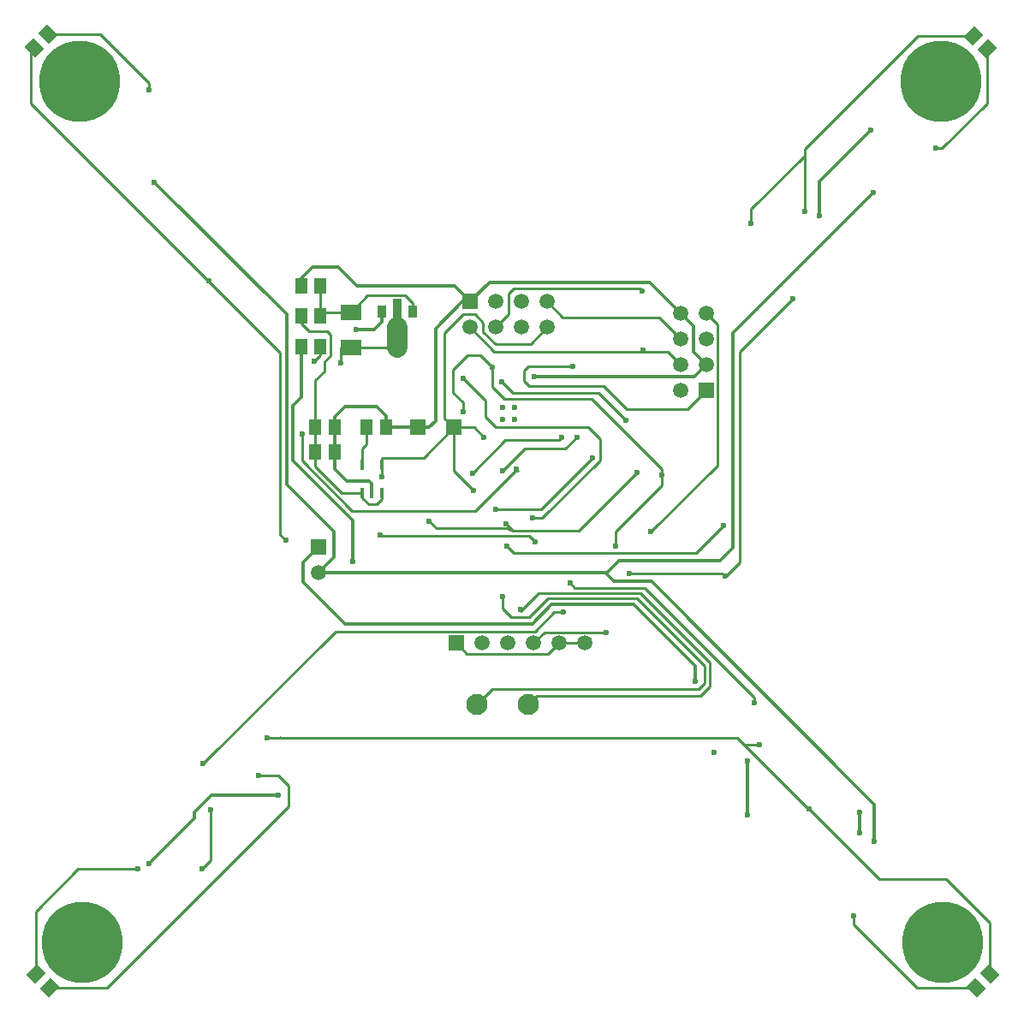
<source format=gbl>
%FSLAX25Y25*%
%MOIN*%
G70*
G01*
G75*
G04 Layer_Physical_Order=2*
G04 Layer_Color=16711680*
G04:AMPARAMS|DCode=10|XSize=78.74mil|YSize=47.24mil|CornerRadius=0mil|HoleSize=0mil|Usage=FLASHONLY|Rotation=45.000|XOffset=0mil|YOffset=0mil|HoleType=Round|Shape=Rectangle|*
%AMROTATEDRECTD10*
4,1,4,-0.01114,-0.04454,-0.04454,-0.01114,0.01114,0.04454,0.04454,0.01114,-0.01114,-0.04454,0.0*
%
%ADD10ROTATEDRECTD10*%

G04:AMPARAMS|DCode=11|XSize=78.74mil|YSize=47.24mil|CornerRadius=0mil|HoleSize=0mil|Usage=FLASHONLY|Rotation=315.000|XOffset=0mil|YOffset=0mil|HoleType=Round|Shape=Rectangle|*
%AMROTATEDRECTD11*
4,1,4,-0.04454,0.01114,-0.01114,0.04454,0.04454,-0.01114,0.01114,-0.04454,-0.04454,0.01114,0.0*
%
%ADD11ROTATEDRECTD11*%

%ADD12O,0.01181X0.08268*%
%ADD13O,0.08268X0.01181*%
G04:AMPARAMS|DCode=14|XSize=59.06mil|YSize=51.18mil|CornerRadius=0mil|HoleSize=0mil|Usage=FLASHONLY|Rotation=45.000|XOffset=0mil|YOffset=0mil|HoleType=Round|Shape=Rectangle|*
%AMROTATEDRECTD14*
4,1,4,-0.00278,-0.03897,-0.03897,-0.00278,0.00278,0.03897,0.03897,0.00278,-0.00278,-0.03897,0.0*
%
%ADD14ROTATEDRECTD14*%

G04:AMPARAMS|DCode=15|XSize=35.43mil|YSize=37.4mil|CornerRadius=0mil|HoleSize=0mil|Usage=FLASHONLY|Rotation=45.000|XOffset=0mil|YOffset=0mil|HoleType=Round|Shape=Rectangle|*
%AMROTATEDRECTD15*
4,1,4,0.00070,-0.02575,-0.02575,0.00070,-0.00070,0.02575,0.02575,-0.00070,0.00070,-0.02575,0.0*
%
%ADD15ROTATEDRECTD15*%

G04:AMPARAMS|DCode=16|XSize=35.43mil|YSize=37.4mil|CornerRadius=0mil|HoleSize=0mil|Usage=FLASHONLY|Rotation=45.000|XOffset=0mil|YOffset=0mil|HoleType=Round|Shape=Rectangle|*
%AMROTATEDRECTD16*
4,1,4,0.00070,-0.02575,-0.02575,0.00070,-0.00070,0.02575,0.02575,-0.00070,0.00070,-0.02575,0.0*
%
%ADD16ROTATEDRECTD16*%

G04:AMPARAMS|DCode=17|XSize=59.06mil|YSize=51.18mil|CornerRadius=0mil|HoleSize=0mil|Usage=FLASHONLY|Rotation=135.000|XOffset=0mil|YOffset=0mil|HoleType=Round|Shape=Rectangle|*
%AMROTATEDRECTD17*
4,1,4,0.03897,-0.00278,0.00278,-0.03897,-0.03897,0.00278,-0.00278,0.03897,0.03897,-0.00278,0.0*
%
%ADD17ROTATEDRECTD17*%

G04:AMPARAMS|DCode=18|XSize=35.43mil|YSize=37.4mil|CornerRadius=0mil|HoleSize=0mil|Usage=FLASHONLY|Rotation=135.000|XOffset=0mil|YOffset=0mil|HoleType=Round|Shape=Rectangle|*
%AMROTATEDRECTD18*
4,1,4,0.02575,0.00070,-0.00070,-0.02575,-0.02575,-0.00070,0.00070,0.02575,0.02575,0.00070,0.0*
%
%ADD18ROTATEDRECTD18*%

G04:AMPARAMS|DCode=19|XSize=35.43mil|YSize=37.4mil|CornerRadius=0mil|HoleSize=0mil|Usage=FLASHONLY|Rotation=135.000|XOffset=0mil|YOffset=0mil|HoleType=Round|Shape=Rectangle|*
%AMROTATEDRECTD19*
4,1,4,0.02575,0.00070,-0.00070,-0.02575,-0.02575,-0.00070,0.00070,0.02575,0.02575,0.00070,0.0*
%
%ADD19ROTATEDRECTD19*%

%ADD20R,0.07480X0.02756*%
%ADD21O,0.02362X0.00984*%
%ADD22O,0.00984X0.02362*%
%ADD23R,0.11024X0.10630*%
%ADD24R,0.05906X0.05118*%
%ADD25R,0.03543X0.03740*%
%ADD26R,0.03543X0.03740*%
%ADD27C,0.01063*%
%ADD28C,0.01378*%
%ADD29C,0.01181*%
%ADD30C,0.08268*%
%ADD31C,0.05906*%
%ADD32R,0.05906X0.05906*%
%ADD33R,0.05906X0.05906*%
%ADD34C,0.31496*%
%ADD35C,0.02362*%
%ADD36R,0.01575X0.03937*%
%ADD37R,0.01575X0.03937*%
%ADD38R,0.06000X0.06000*%
%ADD39R,0.03400X0.10000*%
%ADD40R,0.03400X0.05000*%
%ADD41R,0.05118X0.05906*%
%ADD42R,0.07874X0.05906*%
%ADD43C,0.08000*%
D14*
X557355Y992645D02*
D03*
X562645Y987355D02*
D03*
X197645Y621855D02*
D03*
X192355Y627145D02*
D03*
D17*
X191855Y987855D02*
D03*
X197145Y993145D02*
D03*
X563820Y627184D02*
D03*
X558530Y621894D02*
D03*
D27*
X322000Y810000D02*
X325000D01*
X319520Y812480D02*
X322000Y810000D01*
X319520Y812480D02*
Y814500D01*
X365600Y868000D02*
X370000Y863600D01*
X360400Y868000D02*
X365600D01*
X354900Y862500D02*
X360400Y868000D01*
X304520Y884780D02*
X315000D01*
X303240Y883500D02*
X304520Y884780D01*
X411600Y853500D02*
X422200Y842900D01*
X378200Y853500D02*
X411600D01*
X373900Y857800D02*
X378200Y853500D01*
X371500Y840000D02*
X407500D01*
X367500Y844000D02*
X371500Y840000D01*
X407500D02*
X412000Y835500D01*
X358900Y859200D02*
X367500Y850600D01*
Y844000D02*
Y850600D01*
X389582Y804700D02*
X412000Y827119D01*
Y835500D01*
X389200Y808200D02*
X409000Y828000D01*
X371500Y808200D02*
X389200D01*
X379200Y823200D02*
X380000D01*
X363600Y807600D02*
X379200Y823200D01*
X315400Y807600D02*
X363600D01*
X295400Y837500D02*
X296000Y836900D01*
Y827000D02*
Y836900D01*
Y827000D02*
X315400Y807600D01*
X427500Y894000D02*
X428500Y893000D01*
X378500Y894000D02*
X427500D01*
X376500Y892000D02*
X378500Y894000D01*
X381000Y768500D02*
X388118Y775618D01*
X381000Y768500D02*
Y769000D01*
X384444Y766000D02*
X391944Y773500D01*
X377500Y766000D02*
X384444D01*
X374000Y769500D02*
X377500Y766000D01*
X466400Y787400D02*
Y869600D01*
X460850Y781850D02*
X466400Y787400D01*
X459400Y783300D02*
X460700Y782000D01*
X423300Y783300D02*
X459400D01*
X451000Y735500D02*
X454800Y739300D01*
X387500Y735500D02*
X451000D01*
X384000Y732000D02*
X387500Y735500D01*
X454800Y739300D02*
Y748608D01*
X452900Y740400D02*
Y747000D01*
X450500Y738000D02*
X452900Y740400D01*
X370000Y738000D02*
X450500D01*
X311500Y814500D02*
X319520D01*
X301260Y824740D02*
X311500Y814500D01*
X301260Y824740D02*
Y830500D01*
X374000Y769500D02*
Y774066D01*
X449300Y791000D02*
X460000Y801700D01*
X378600Y791000D02*
X449300D01*
X375900Y793700D02*
X378600Y791000D01*
X468000Y716600D02*
X493268Y691332D01*
X287400Y798307D02*
Y869100D01*
X190500Y966000D02*
X287400Y869100D01*
X190500Y966000D02*
Y986500D01*
X400400Y779500D02*
X402269Y777631D01*
X472100Y732700D02*
Y734900D01*
X429369Y777631D02*
X472100Y734900D01*
X402269Y777631D02*
X429369D01*
X426400Y773500D02*
X452900Y747000D01*
X391944Y773500D02*
X426400D01*
X427790Y775618D02*
X454800Y748608D01*
X388118Y775618D02*
X427790D01*
X385000Y872500D02*
X391500Y879000D01*
X371300Y872500D02*
X385000D01*
X366500Y877300D02*
X371300Y872500D01*
X363300Y884000D02*
X366500Y880800D01*
X358700Y884000D02*
X363300D01*
X351380Y876680D02*
X358700Y884000D01*
X446000Y847000D02*
X453500Y854500D01*
X422500Y847000D02*
X446000D01*
X413500Y856000D02*
X422500Y847000D01*
X384400Y856000D02*
X413500D01*
X436000Y821500D02*
Y823700D01*
X408700Y851000D02*
X436000Y823700D01*
X562645Y966145D02*
Y987355D01*
X545164Y948664D02*
X562645Y966145D01*
X542800Y948664D02*
X545164D01*
X535645Y992645D02*
X557355D01*
X491645Y948645D02*
X535645Y992645D01*
X491645Y924101D02*
Y948645D01*
X465300Y719300D02*
X468000Y716600D01*
X474260D01*
X236300Y971422D02*
Y974200D01*
X217355Y993145D02*
X236300Y974200D01*
X197145Y993145D02*
X217355D01*
X190500Y986500D02*
X191855Y987855D01*
X305700Y877500D02*
X307200Y876000D01*
X298700Y877500D02*
X305700D01*
X295760Y880440D02*
X298700Y877500D01*
X374807Y851000D02*
X408700D01*
X370000Y855807D02*
X374807Y851000D01*
X370000Y855807D02*
Y863600D01*
X563820Y627184D02*
Y647180D01*
X546918Y664082D02*
X563820Y647180D01*
X520818Y664082D02*
X546918D01*
X535606Y621894D02*
X558530D01*
X510918Y646582D02*
X535606Y621894D01*
X510918Y646582D02*
Y649946D01*
X311000Y865200D02*
Y871000D01*
X470900Y925036D02*
X491645Y945781D01*
X520518Y664082D02*
X520818D01*
X282300Y719300D02*
X287500D01*
X287600Y719400D01*
X348400Y800800D02*
X375300D01*
X428850Y869542D02*
X438458D01*
X370958D02*
X428850D01*
X391728Y751728D02*
X396000Y756000D01*
X360272Y751728D02*
X391728D01*
X356000Y756000D02*
X360272Y751728D01*
X351380Y843620D02*
X355000Y840000D01*
X351380Y843620D02*
Y876680D01*
X366500Y877300D02*
Y880800D01*
X287400Y798307D02*
X289704Y796004D01*
X287500Y719300D02*
X465300D01*
X470900Y919500D02*
Y925036D01*
X364000Y732000D02*
X370000Y738000D01*
X466400Y869600D02*
X487000Y890200D01*
X345600Y803600D02*
X348400Y800800D01*
X375300D02*
X378039Y799661D01*
X403761D01*
X426500Y822400D01*
X375300Y802400D02*
X378039Y799661D01*
X358800Y846200D02*
Y849665D01*
X354900Y853565D02*
X358800Y849665D01*
X354900Y853565D02*
Y862500D01*
X436000Y817400D02*
Y821500D01*
X418000Y799400D02*
X436000Y817400D01*
X418000Y793900D02*
Y799400D01*
X390300Y760300D02*
X414500D01*
X386000Y756000D02*
X390300Y760300D01*
X396000Y835100D02*
X397100Y836200D01*
X375200Y835100D02*
X396000D01*
X362300Y822200D02*
X375200Y835100D01*
X374000Y823100D02*
X382800Y831900D01*
X398600D01*
X403000Y836300D01*
X384000Y863800D02*
X401300D01*
X382400Y862200D02*
X384000Y863800D01*
X382400Y858000D02*
Y862200D01*
Y858000D02*
X384400Y856000D01*
X428850Y869542D02*
Y870200D01*
X391500Y889000D02*
X397600Y882900D01*
X435100D01*
X443500Y874500D01*
X493418Y691482D02*
X520818Y664082D01*
X301260Y840000D02*
Y858341D01*
X304800Y861881D01*
Y865600D01*
X307200Y868000D01*
Y876000D01*
X295760Y880440D02*
Y883500D01*
X303240Y868040D02*
Y871500D01*
X300900Y865700D02*
X303240Y868040D01*
X311000Y871000D02*
X315000D01*
X431900Y799400D02*
X457800Y825300D01*
Y880200D01*
X453500Y884500D02*
X457800Y880200D01*
X355000Y823100D02*
Y840000D01*
Y823100D02*
X362700Y815400D01*
X361500Y879000D02*
X370958Y869542D01*
X438458D02*
X443500Y864500D01*
X385900Y804700D02*
X389582D01*
X376500Y884000D02*
Y892000D01*
X371500Y879000D02*
X376500Y884000D01*
X384522Y797797D02*
X386800Y795519D01*
X326803Y797797D02*
X384522D01*
X326500Y798100D02*
X326803Y797797D01*
X394100Y768000D02*
X397900D01*
X386731Y760631D02*
X394100Y768000D01*
X309131Y760631D02*
X386731D01*
X257500Y709000D02*
X309131Y760631D01*
X197645Y621855D02*
X220254D01*
X290800Y692401D01*
Y700500D01*
X286800Y704500D02*
X290800Y700500D01*
X279000Y704500D02*
X286800D01*
X257200Y668100D02*
X260500Y671400D01*
Y691100D01*
X327000Y820700D02*
Y825524D01*
X363000Y840000D02*
X366800Y836200D01*
X355000Y840000D02*
X363000D01*
X192355Y627145D02*
Y651555D01*
X208800Y668000D01*
X232145D01*
X327000Y812000D02*
Y814500D01*
X325000Y810000D02*
X327000Y812000D01*
Y825524D02*
Y828300D01*
X343300D01*
X355000Y840000D01*
X339000Y885000D02*
Y888400D01*
X336000Y891400D02*
X339000Y888400D01*
X321620Y891400D02*
X336000D01*
X315000Y884780D02*
X321620Y891400D01*
X315000Y871000D02*
X333000D01*
Y879000D02*
Y885000D01*
X396000Y756000D02*
X406000D01*
X301260Y830500D02*
Y840000D01*
X321260Y833540D02*
Y840000D01*
X319520Y831800D02*
X321260Y833540D01*
X319520Y825524D02*
Y831800D01*
X303240Y883500D02*
Y895000D01*
D28*
X348000Y842500D02*
Y878500D01*
X345500Y840000D02*
X348000Y842500D01*
X341000Y840000D02*
X345500D01*
X348000Y878500D02*
X358500Y889000D01*
X361500D01*
X317300Y895200D02*
X355300D01*
X310000Y902500D02*
X317300Y895200D01*
X300000Y902500D02*
X310000D01*
X431500Y896500D02*
X443500Y884500D01*
X369000Y896500D02*
X431500D01*
X361500Y889000D02*
X369000Y896500D01*
X432000Y780000D02*
X518918Y693082D01*
X417500Y780000D02*
X432000D01*
X238500Y935645D02*
X290000Y884145D01*
Y817907D02*
Y884145D01*
Y817907D02*
X308500Y799407D01*
X322260Y819000D02*
X323260Y818000D01*
X313500Y819000D02*
X322260D01*
X308740Y823760D02*
X313500Y819000D01*
X308740Y823760D02*
Y830500D01*
X443500Y884500D02*
X448500Y879500D01*
Y869500D02*
Y879500D01*
Y869500D02*
X453500Y864500D01*
X296500Y787500D02*
X302500Y793500D01*
X296500Y779700D02*
Y787500D01*
Y779700D02*
X312700Y763500D01*
X385743D02*
X393243Y771000D01*
X312700Y763500D02*
X385743D01*
X308500Y789500D02*
Y799407D01*
X302500Y783500D02*
X308500Y789500D01*
X414357Y783143D02*
X417500Y780000D01*
X414357Y783143D02*
X419400Y788186D01*
X518918Y678882D02*
Y693082D01*
X425000Y771000D02*
X449000Y747000D01*
X393243Y771000D02*
X425000D01*
X449000Y741200D02*
Y747000D01*
X254000Y687800D02*
Y690000D01*
X260800Y696800D01*
X286900D01*
X236300Y670100D02*
X254000Y687800D01*
X469500Y689000D02*
Y710000D01*
X302500Y783500D02*
X414714D01*
X419400Y788186D02*
X458829D01*
X463900Y793257D01*
Y876903D01*
X518353Y931355D01*
X327000Y881300D02*
Y885000D01*
X324000Y878300D02*
X327000Y881300D01*
X317000Y878300D02*
X324000D01*
X323260Y814500D02*
Y818000D01*
X386300Y859900D02*
X448900D01*
X453500Y864500D01*
X295760Y895000D02*
Y898260D01*
X300000Y902500D01*
X355300Y895200D02*
X361500Y889000D01*
X308740Y840000D02*
Y844000D01*
X312740Y848000D01*
X325200D01*
X328740Y844460D01*
Y840000D02*
Y844460D01*
X308740Y830500D02*
Y840000D01*
X328740D02*
X341000D01*
D29*
X292500Y848500D02*
X295760Y851760D01*
X292500Y827200D02*
Y848500D01*
Y827200D02*
X315800Y803900D01*
X497400Y922384D02*
Y935900D01*
X517300Y955800D01*
X513018Y690082D02*
X513118Y689982D01*
Y682282D02*
Y689982D01*
X295760Y851760D02*
Y871500D01*
X315800Y787800D02*
Y803900D01*
D30*
X364000Y732000D02*
D03*
X384000D02*
D03*
D31*
X443500Y884500D02*
D03*
Y874500D02*
D03*
Y864500D02*
D03*
Y854500D02*
D03*
X453500Y884500D02*
D03*
Y874500D02*
D03*
Y864500D02*
D03*
X366000Y756000D02*
D03*
X376000D02*
D03*
X386000D02*
D03*
X396000D02*
D03*
X406000D02*
D03*
X361500Y879000D02*
D03*
X371500D02*
D03*
Y889000D02*
D03*
X381500Y879000D02*
D03*
Y889000D02*
D03*
X391500Y879000D02*
D03*
Y889000D02*
D03*
X302500Y783500D02*
D03*
D32*
X453500Y854500D02*
D03*
X302500Y793500D02*
D03*
D33*
X356000Y756000D02*
D03*
X361500Y889000D02*
D03*
D34*
X209318Y974682D02*
D03*
X544682D02*
D03*
X210318Y639318D02*
D03*
X545500Y639500D02*
D03*
D35*
X409000Y828000D02*
D03*
X381000Y769000D02*
D03*
X370000Y863600D02*
D03*
X373900Y857800D02*
D03*
X469500Y689000D02*
D03*
X456500Y713500D02*
D03*
X469500Y710000D02*
D03*
X428500Y893000D02*
D03*
X449000Y741200D02*
D03*
X518918Y678882D02*
D03*
X518353Y931355D02*
D03*
X286900Y696800D02*
D03*
X236300Y670100D02*
D03*
X371500Y808200D02*
D03*
X379453Y823747D02*
D03*
X296000Y837500D02*
D03*
X289704Y796004D02*
D03*
X282300Y719300D02*
D03*
X259887Y897134D02*
D03*
X491645Y924101D02*
D03*
X470900Y919500D02*
D03*
X510918Y649946D02*
D03*
X497400Y922384D02*
D03*
X517300Y955800D02*
D03*
X375900Y793700D02*
D03*
X460000Y801700D02*
D03*
X374000Y774066D02*
D03*
X400400Y779500D02*
D03*
X472100Y732700D02*
D03*
X460700Y782000D02*
D03*
X423300Y783300D02*
D03*
X487000Y890200D02*
D03*
X422200Y842900D02*
D03*
X345600Y803600D02*
D03*
X426500Y822400D02*
D03*
X375300Y802400D02*
D03*
X358800Y846200D02*
D03*
X436000Y821500D02*
D03*
X418000Y793900D02*
D03*
X414500Y760300D02*
D03*
X397100Y836200D02*
D03*
X362300Y822200D02*
D03*
X374000Y823100D02*
D03*
X403000Y836300D02*
D03*
X401300Y863800D02*
D03*
X428850Y870200D02*
D03*
X513018Y690082D02*
D03*
X513118Y682282D02*
D03*
X493418Y691482D02*
D03*
X300900Y865700D02*
D03*
X311000Y865200D02*
D03*
X431900Y799400D02*
D03*
X362700Y815400D02*
D03*
X238500Y935645D02*
D03*
X315800Y787800D02*
D03*
X358900Y859200D02*
D03*
X385900Y804700D02*
D03*
X386800Y795519D02*
D03*
X326500Y798100D02*
D03*
X397900Y768000D02*
D03*
X257500Y709000D02*
D03*
X279000Y704500D02*
D03*
X542800Y948664D02*
D03*
X257200Y668100D02*
D03*
X260500Y691100D02*
D03*
X236300Y971422D02*
D03*
X327000Y820700D02*
D03*
X317000Y878300D02*
D03*
X366800Y836200D02*
D03*
X386300Y859900D02*
D03*
X232145Y668000D02*
D03*
X474260Y716600D02*
D03*
X374138Y847862D02*
D03*
X378862D02*
D03*
X374138Y843138D02*
D03*
X378862D02*
D03*
D36*
X327000Y814500D02*
D03*
X323260D02*
D03*
X319520D02*
D03*
Y825524D02*
D03*
D37*
X327000D02*
D03*
D38*
X355000Y840000D02*
D03*
X341000D02*
D03*
D39*
X333000Y885000D02*
D03*
D40*
X339000D02*
D03*
X327000D02*
D03*
D41*
X295760Y871500D02*
D03*
X303240D02*
D03*
X295760Y883500D02*
D03*
X303240D02*
D03*
X295760Y895000D02*
D03*
X303240D02*
D03*
X328740Y840000D02*
D03*
X321260D02*
D03*
X308740D02*
D03*
X301260D02*
D03*
X308740Y830500D02*
D03*
X301260D02*
D03*
D42*
X315000Y871000D02*
D03*
Y884780D02*
D03*
D43*
X333000Y871000D02*
Y879000D01*
M02*

</source>
